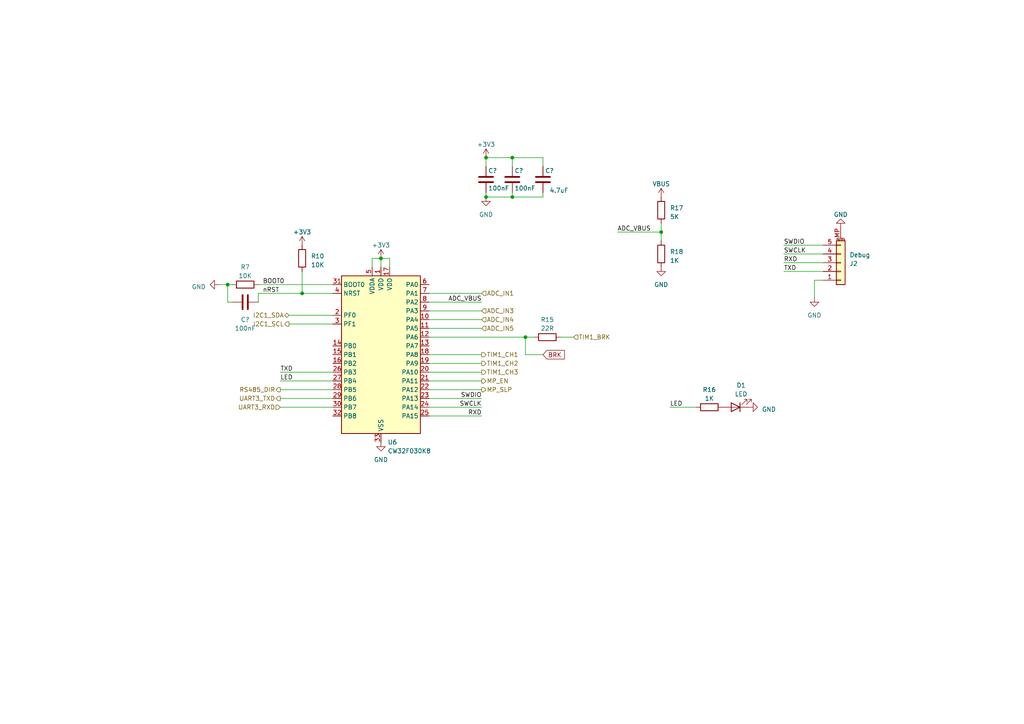
<source format=kicad_sch>
(kicad_sch (version 20230121) (generator eeschema)
  (paper "A4")
  (lib_symbols
    (symbol "Connector_Generic_MountingPin:Conn_01x05_MountingPin" (pin_names (offset 1.016) hide)
      (property "Reference" "J" (at 0 7.62 0))
      (property "Value" "Conn_01x05_MountingPin" (at 1.27 -7.62 0))
      (symbol "Conn_01x05_MountingPin_1_1"
        (rectangle (start -1.27 -4.953) (end 0 -5.207) (stroke (width 0.1524)))
        (rectangle (start -1.27 -2.413) (end 0 -2.667) (stroke (width 0.1524)))
        (rectangle (start -1.27 0.127) (end 0 -0.127) (stroke (width 0.1524)))
        (rectangle (start -1.27 2.667) (end 0 2.413) (stroke (width 0.1524)))
        (rectangle (start -1.27 5.207) (end 0 4.953) (stroke (width 0.1524)))
        (rectangle (start -1.27 6.35) (end 1.27 -6.35) (stroke (width 0.254)) (fill (type background)))
        (polyline (pts (xy -1.016 -7.112) (xy 1.016 -7.112)) (stroke (width 0.1524)))
        (text "Mounting" (at 0 -6.731 0) (effects (font (size 0.381 0.381))))
        (pin passive line (at -5.08 5.08 0) (length 3.81) (name "Pin_1") (number "1"))
        (pin passive line (at -5.08 2.54 0) (length 3.81) (name "Pin_2") (number "2"))
        (pin passive line (at -5.08 0 0) (length 3.81) (name "Pin_3") (number "3"))
        (pin passive line (at -5.08 -2.54 0) (length 3.81) (name "Pin_4") (number "4"))
        (pin passive line (at -5.08 -5.08 0) (length 3.81) (name "Pin_5") (number "5"))
        (pin passive line (at 0 -10.16 90) (length 3.048) (name "MountPin") (number "MP"))
      )
    )
    (symbol "Device:C" (pin_numbers hide) (pin_names (offset 0.254))
      (property "Reference" "C" (at 0.635 2.54 0))
      (property "Value" "C" (at 0.635 -2.54 0))
      (symbol "C_0_1"
        (polyline (pts (xy -2.032 -0.762) (xy 2.032 -0.762)) (stroke (width 0.508)))
        (polyline (pts (xy -2.032 0.762) (xy 2.032 0.762)) (stroke (width 0.508)))
      )
      (symbol "C_1_1"
        (pin passive line (at 0 3.81 270) (length 2.794) (name "~") (number "1"))
        (pin passive line (at 0 -3.81 90) (length 2.794) (name "~") (number "2"))
      )
    )
    (symbol "Device:LED" (pin_numbers hide) (pin_names (offset 1.016) hide)
      (property "Reference" "D" (at 0 2.54 0))
      (property "Value" "LED" (at 0 -2.54 0))
      (symbol "LED_0_1"
        (polyline (pts (xy -1.27 -1.27) (xy -1.27 1.27)) (stroke (width 0.254)))
        (polyline (pts (xy -1.27 0) (xy 1.27 0)))
        (polyline (pts (xy 1.27 -1.27) (xy 1.27 1.27) (xy -1.27 0) (xy 1.27 -1.27)) (stroke (width 0.254)))
        (polyline (pts (xy -3.048 -0.762) (xy -4.572 -2.286) (xy -3.81 -2.286) (xy -4.572 -2.286) (xy -4.572 -1.524)))
        (polyline (pts (xy -1.778 -0.762) (xy -3.302 -2.286) (xy -2.54 -2.286) (xy -3.302 -2.286) (xy -3.302 -1.524)))
      )
      (symbol "LED_1_1"
        (pin passive line (at -3.81 0 0) (length 2.54) (name "K") (number "1"))
        (pin passive line (at 3.81 0 180) (length 2.54) (name "A") (number "2"))
      )
    )
    (symbol "Device:R" (pin_numbers hide) (pin_names (offset 0))
      (property "Reference" "R" (at 2.032 0 90))
      (property "Value" "R" (at 0 0 90))
      (symbol "R_0_1"
        (rectangle (start -1.016 -2.54) (end 1.016 2.54) (stroke (width 0.254)))
      )
      (symbol "R_1_1"
        (pin passive line (at 0 3.81 270) (length 1.27) (name "~") (number "1"))
        (pin passive line (at 0 -3.81 90) (length 1.27) (name "~") (number "2"))
      )
    )
    (symbol "myLib:CW32F030K8"
      (property "Reference" "U" (at 11.43 13.97 0))
      (property "Value" "CW32F030K8" (at 11.43 11.43 0))
      (symbol "CW32F030K8_0_1"
        (rectangle (start -11.43 10.16) (end 11.43 -35.56) (stroke (width 0.254)) (fill (type background)))
      )
      (symbol "CW32F030K8_1_1"
        (pin power_in line (at 0 12.7 270) (length 2.54) (name "VDD") (number "1"))
        (pin bidirectional line (at 13.97 -2.54 180) (length 2.54) (name "PA4") (number "10"))
        (pin bidirectional line (at 13.97 -5.08 180) (length 2.54) (name "PA5") (number "11"))
        (pin bidirectional line (at 13.97 -7.62 180) (length 2.54) (name "PA6") (number "12"))
        (pin bidirectional line (at 13.97 -10.16 180) (length 2.54) (name "PA7") (number "13"))
        (pin bidirectional line (at -13.97 -10.16 0) (length 2.54) (name "PB0") (number "14"))
        (pin bidirectional line (at -13.97 -12.7 0) (length 2.54) (name "PB1") (number "15"))
        (pin bidirectional line (at -13.97 -15.24 0) (length 2.54) (name "PB2") (number "16"))
        (pin power_in line (at 2.54 12.7 270) (length 2.54) (name "VDD") (number "17"))
        (pin bidirectional line (at 13.97 -12.7 180) (length 2.54) (name "PA8") (number "18"))
        (pin bidirectional line (at 13.97 -15.24 180) (length 2.54) (name "PA9") (number "19"))
        (pin bidirectional line (at -13.97 -1.27 0) (length 2.54) (name "PF0") (number "2"))
        (pin bidirectional line (at 13.97 -17.78 180) (length 2.54) (name "PA10") (number "20"))
        (pin bidirectional line (at 13.97 -20.32 180) (length 2.54) (name "PA11") (number "21"))
        (pin bidirectional line (at 13.97 -22.86 180) (length 2.54) (name "PA12") (number "22"))
        (pin bidirectional line (at 13.97 -25.4 180) (length 2.54) (name "PA13") (number "23"))
        (pin bidirectional line (at 13.97 -27.94 180) (length 2.54) (name "PA14") (number "24"))
        (pin bidirectional line (at 13.97 -30.48 180) (length 2.54) (name "PA15") (number "25"))
        (pin bidirectional line (at -13.97 -17.78 0) (length 2.54) (name "PB3") (number "26"))
        (pin bidirectional line (at -13.97 -20.32 0) (length 2.54) (name "PB4") (number "27"))
        (pin bidirectional line (at -13.97 -22.86 0) (length 2.54) (name "PB5") (number "28"))
        (pin bidirectional line (at -13.97 -25.4 0) (length 2.54) (name "PB6") (number "29"))
        (pin bidirectional line (at -13.97 -3.81 0) (length 2.54) (name "PF1") (number "3"))
        (pin bidirectional line (at -13.97 -27.94 0) (length 2.54) (name "PB7") (number "30"))
        (pin input line (at -13.97 7.62 0) (length 2.54) (name "BOOT0") (number "31"))
        (pin bidirectional line (at -13.97 -30.48 0) (length 2.54) (name "PB8") (number "32"))
        (pin power_in line (at 0 -38.1 90) (length 2.54) (name "VSS") (number "33"))
        (pin input line (at -13.97 5.08 0) (length 2.54) (name "NRST") (number "4"))
        (pin power_in line (at -2.54 12.7 270) (length 2.54) (name "VDDA") (number "5"))
        (pin bidirectional line (at 13.97 7.62 180) (length 2.54) (name "PA0") (number "6"))
        (pin bidirectional line (at 13.97 5.08 180) (length 2.54) (name "PA1") (number "7"))
        (pin bidirectional line (at 13.97 2.54 180) (length 2.54) (name "PA2") (number "8"))
        (pin bidirectional line (at 13.97 0 180) (length 2.54) (name "PA3") (number "9"))
      )
    )
    (symbol "power:+3V3" (power) (pin_names (offset 0))
      (property "Value" "+3V3" (at 0 3.556 0))
      (symbol "+3V3_0_1"
        (polyline (pts (xy -0.762 1.27) (xy 0 2.54)))
        (polyline (pts (xy 0 0) (xy 0 2.54)))
        (polyline (pts (xy 0 2.54) (xy 0.762 1.27)))
      )
      (symbol "+3V3_1_1"
        (pin power_in line (at 0 0 90) (length 0) hide (name "+3V3") (number "1"))
      )
    )
    (symbol "power:GND" (power) (pin_names (offset 0))
      (property "Value" "GND" (at 0 -3.81 0))
      (symbol "GND_0_1"
        (polyline (pts (xy 0 0) (xy 0 -1.27) (xy 1.27 -1.27) (xy 0 -2.54) (xy -1.27 -1.27) (xy 0 -1.27)))
      )
      (symbol "GND_1_1"
        (pin power_in line (at 0 0 270) (length 0) hide (name "GND") (number "1"))
      )
    )
    (symbol "power:VBUS" (power) (pin_names (offset 0))
      (property "Value" "VBUS" (at 0 3.81 0))
      (symbol "VBUS_0_1"
        (polyline (pts (xy -0.762 1.27) (xy 0 2.54)))
        (polyline (pts (xy 0 0) (xy 0 2.54)))
        (polyline (pts (xy 0 2.54) (xy 0.762 1.27)))
      )
      (symbol "VBUS_1_1"
        (pin power_in line (at 0 0 90) (length 0) hide (name "VBUS") (number "1"))
      )
    )
  )
  (junction (at 140.97 45.72))
  (junction (at 148.59 45.72))
  (junction (at 148.59 57.15))
  (junction (at 66.04 82.55))
  (junction (at 191.77 67.31))
  (junction (at 110.49 74.93))
  (junction (at 152.4 97.79))
  (junction (at 87.63 85.09))
  (junction (at 140.97 57.15))
  (wire (pts (xy 81.28 115.57) (xy 96.52 115.57)))
  (wire (pts (xy 83.82 93.98) (xy 96.52 93.98)))
  (wire (pts (xy 124.46 102.87) (xy 139.7 102.87)))
  (wire (pts (xy 74.93 82.55) (xy 96.52 82.55)))
  (wire (pts (xy 227.33 73.66) (xy 238.76 73.66)))
  (wire (pts (xy 140.97 45.72) (xy 140.97 48.26)))
  (wire (pts (xy 124.46 105.41) (xy 139.7 105.41)))
  (wire (pts (xy 140.97 55.88) (xy 140.97 57.15)))
  (wire (pts (xy 148.59 57.15) (xy 157.48 57.15)))
  (wire (pts (xy 66.04 87.63) (xy 66.04 82.55)))
  (wire (pts (xy 107.95 74.93) (xy 107.95 77.47)))
  (wire (pts (xy 140.97 45.72) (xy 148.59 45.72)))
  (wire (pts (xy 124.46 120.65) (xy 139.7 120.65)))
  (wire (pts (xy 152.4 97.79) (xy 154.94 97.79)))
  (wire (pts (xy 191.77 67.31) (xy 191.77 69.85)))
  (wire (pts (xy 124.46 113.03) (xy 139.7 113.03)))
  (wire (pts (xy 179.07 67.31) (xy 191.77 67.31)))
  (wire (pts (xy 157.48 102.87) (xy 152.4 102.87)))
  (wire (pts (xy 113.03 77.47) (xy 113.03 74.93)))
  (wire (pts (xy 74.93 85.09) (xy 87.63 85.09)))
  (wire (pts (xy 124.46 107.95) (xy 139.7 107.95)))
  (wire (pts (xy 124.46 115.57) (xy 139.7 115.57)))
  (wire (pts (xy 124.46 87.63) (xy 139.7 87.63)))
  (wire (pts (xy 110.49 74.93) (xy 107.95 74.93)))
  (wire (pts (xy 124.46 97.79) (xy 152.4 97.79)))
  (wire (pts (xy 66.04 82.55) (xy 67.31 82.55)))
  (wire (pts (xy 96.52 113.03) (xy 81.28 113.03)))
  (wire (pts (xy 157.48 45.72) (xy 157.48 48.26)))
  (wire (pts (xy 162.56 97.79) (xy 166.37 97.79)))
  (wire (pts (xy 124.46 92.71) (xy 139.7 92.71)))
  (wire (pts (xy 67.31 87.63) (xy 66.04 87.63)))
  (wire (pts (xy 124.46 110.49) (xy 139.7 110.49)))
  (wire (pts (xy 113.03 74.93) (xy 110.49 74.93)))
  (wire (pts (xy 124.46 118.11) (xy 139.7 118.11)))
  (wire (pts (xy 238.76 81.28) (xy 236.22 81.28)))
  (wire (pts (xy 74.93 85.09) (xy 74.93 87.63)))
  (wire (pts (xy 63.5 82.55) (xy 66.04 82.55)))
  (wire (pts (xy 81.28 118.11) (xy 96.52 118.11)))
  (wire (pts (xy 191.77 64.77) (xy 191.77 67.31)))
  (wire (pts (xy 83.82 91.44) (xy 96.52 91.44)))
  (wire (pts (xy 157.48 57.15) (xy 157.48 55.88)))
  (wire (pts (xy 236.22 81.28) (xy 236.22 86.36)))
  (wire (pts (xy 227.33 71.12) (xy 238.76 71.12)))
  (wire (pts (xy 148.59 45.72) (xy 157.48 45.72)))
  (wire (pts (xy 96.52 107.95) (xy 81.28 107.95)))
  (wire (pts (xy 148.59 45.72) (xy 148.59 48.26)))
  (wire (pts (xy 148.59 55.88) (xy 148.59 57.15)))
  (wire (pts (xy 140.97 57.15) (xy 148.59 57.15)))
  (wire (pts (xy 227.33 76.2) (xy 238.76 76.2)))
  (wire (pts (xy 110.49 74.93) (xy 110.49 77.47)))
  (wire (pts (xy 124.46 85.09) (xy 139.7 85.09)))
  (wire (pts (xy 124.46 90.17) (xy 139.7 90.17)))
  (wire (pts (xy 81.28 110.49) (xy 96.52 110.49)))
  (wire (pts (xy 87.63 78.74) (xy 87.63 85.09)))
  (wire (pts (xy 194.31 118.11) (xy 201.93 118.11)))
  (wire (pts (xy 87.63 85.09) (xy 96.52 85.09)))
  (wire (pts (xy 152.4 102.87) (xy 152.4 97.79)))
  (wire (pts (xy 227.33 78.74) (xy 238.76 78.74)))
  (wire (pts (xy 124.46 95.25) (xy 139.7 95.25)))
  (label "SWCLK" (at 227.33 73.66 0))
  (label "BOOT0" (at 76.2 82.55 0))
  (label "RXD" (at 227.33 76.2 0))
  (label "RXD" (at 139.7 120.65 180))
  (label "nRST" (at 76.2 85.09 0))
  (label "LED" (at 81.28 110.49 0))
  (label "SWDIO" (at 227.33 71.12 0))
  (label "SWDIO" (at 139.7 115.57 180))
  (label "SWCLK" (at 139.7 118.11 180))
  (label "LED" (at 194.31 118.11 0))
  (label "ADC_VBUS" (at 179.07 67.31 0))
  (label "TXD" (at 227.33 78.74 0))
  (label "TXD" (at 81.28 107.95 0))
  (label "ADC_VBUS" (at 139.7 87.63 180))
  (global_label "BRK" (shape input) (at 157.48 102.87 0) (property "Intersheetrefs" "${INTERSHEET_REFS}" (effects hide)))
  (hierarchical_label "TIM1_CH1" (shape output) (at 139.7 102.87 0))
  (hierarchical_label "UART3_TXD" (shape output) (at 81.28 115.57 180))
  (hierarchical_label "TIM1_BRK" (shape input) (at 166.37 97.79 0))
  (hierarchical_label "ADC_IN1" (shape input) (at 139.7 85.09 0))
  (hierarchical_label "I2C1_SDA" (shape bidirectional) (at 83.82 91.44 180))
  (hierarchical_label "TIM1_CH3" (shape output) (at 139.7 107.95 0))
  (hierarchical_label "ADC_IN3" (shape input) (at 139.7 90.17 0))
  (hierarchical_label "MP_SLP" (shape output) (at 139.7 113.03 0))
  (hierarchical_label "ADC_IN5" (shape input) (at 139.7 95.25 0))
  (hierarchical_label "UART3_RXD" (shape input) (at 81.28 118.11 180))
  (hierarchical_label "TIM1_CH2" (shape output) (at 139.7 105.41 0))
  (hierarchical_label "RS485_DIR" (shape output) (at 81.28 113.03 180))
  (hierarchical_label "ADC_IN4" (shape input) (at 139.7 92.71 0))
  (hierarchical_label "I2C1_SCL" (shape output) (at 83.82 93.98 180))
  (hierarchical_label "MP_EN" (shape output) (at 139.7 110.49 0))
  (symbol (lib_id "power:GND") (at 63.5 82.55 270) (unit 1)
    (property "Reference" "#PWR027" (effects hide))
    (property "Value" "GND" (at 59.69 83.185 90) (effects (justify right)))
  )
  (symbol (lib_id "Device:R") (at 87.63 74.93 180) (unit 1)
    (property "Reference" "R10" (at 90.17 74.295 0) (effects (justify right)))
    (property "Value" "10K" (at 90.17 76.835 0) (effects (justify right)))
    (property "Footprint" "myDevice:0603_R" (effects hide))
  )
  (symbol (lib_id "Device:R") (at 158.75 97.79 270) (unit 1)
    (property "Reference" "R15" (at 158.75 92.71 90))
    (property "Value" "22R" (at 158.75 95.25 90))
    (property "Footprint" "myDevice:0603_R" (effects hide))
  )
  (symbol (lib_id "power:GND") (at 217.17 118.11 90) (unit 1)
    (property "Reference" "#PWR039" (effects hide))
    (property "Value" "GND" (at 220.98 118.745 90) (effects (justify right)))
  )
  (symbol (lib_id "Device:R") (at 205.74 118.11 270) (unit 1)
    (property "Reference" "R16" (at 205.74 113.03 90))
    (property "Value" "1K" (at 205.74 115.57 90))
    (property "Footprint" "myDevice:0603_R" (effects hide))
  )
  (symbol (lib_id "Device:C") (at 148.59 52.07 0) (unit 1)
    (property "Reference" "C?" (at 149.225 49.53 0) (effects (justify left)))
    (property "Value" "100nF" (at 149.225 54.61 0) (effects (justify left)))
    (property "Footprint" "myDevice:0603_C" (effects hide))
    (instances (project "MCU" (path "" (reference "C?") (unit 1))) (project "cwFOC" (path "" (reference "C3") (unit 1))))
  )
  (symbol (lib_id "Device:R") (at 191.77 73.66 0) (unit 1)
    (property "Reference" "R18" (at 194.31 73.025 0) (effects (justify left)))
    (property "Value" "1K" (at 194.31 75.565 0) (effects (justify left)))
    (property "Footprint" "myDevice:0603_R" (effects hide))
  )
  (symbol (lib_id "power:VBUS") (at 191.77 57.15 0) (unit 1)
    (property "Reference" "#PWR046" (effects hide))
    (property "Value" "VBUS" (at 191.77 53.34 0))
  )
  (symbol (lib_id "power:GND") (at 243.84 66.04 180) (unit 1)
    (property "Reference" "#PWR041" (effects hide))
    (property "Value" "GND" (at 243.84 62.23 0))
  )
  (symbol (lib_id "Device:C") (at 140.97 52.07 0) (unit 1)
    (property "Reference" "C?" (at 141.605 49.53 0) (effects (justify left)))
    (property "Value" "100nF" (at 141.605 54.61 0) (effects (justify left)))
    (property "Footprint" "myDevice:0603_C" (effects hide))
    (instances (project "MCU" (path "" (reference "C?") (unit 1))) (project "cwFOC" (path "" (reference "C21") (unit 1))))
  )
  (symbol (lib_id "power:GND") (at 140.97 57.15 0) (unit 1)
    (property "Reference" "#PWR036" (effects hide))
    (property "Value" "GND" (at 140.97 62.23 0))
  )
  (symbol (lib_id "power:GND") (at 236.22 86.36 0) (unit 1)
    (property "Reference" "#PWR042" (effects hide))
    (property "Value" "GND" (at 236.22 91.44 0))
  )
  (symbol (lib_id "power:+3V3") (at 140.97 45.72 0) (unit 1)
    (property "Reference" "#PWR035" (effects hide))
    (property "Value" "+3V3" (at 140.97 41.91 0))
  )
  (symbol (lib_id "Connector_Generic_MountingPin:Conn_01x05_MountingPin") (at 243.84 76.2 0) (mirror x) (unit 1)
    (property "Reference" "J2" (at 246.38 76.4794 0) (effects (justify left)))
    (property "Value" "Debug" (at 246.38 73.9394 0) (effects (justify left)))
    (property "Footprint" "Connector_JST:JST_SH_BM05B-SRSS-TB_1x05-1MP_P1.00mm_Vertical" (effects hide))
  )
  (symbol (lib_id "Device:R") (at 191.77 60.96 0) (unit 1)
    (property "Reference" "R17" (at 194.31 60.325 0) (effects (justify left)))
    (property "Value" "5K" (at 194.31 62.865 0) (effects (justify left)))
    (property "Footprint" "myDevice:0603_R" (effects hide))
  )
  (symbol (lib_id "power:GND") (at 191.77 77.47 0) (unit 1)
    (property "Reference" "#PWR043" (effects hide))
    (property "Value" "GND" (at 191.77 82.55 0))
  )
  (symbol (lib_id "Device:R") (at 71.12 82.55 90) (unit 1)
    (property "Reference" "R7" (at 71.12 77.47 90))
    (property "Value" "10K" (at 71.12 80.01 90))
    (property "Footprint" "myDevice:0603_R" (effects hide))
  )
  (symbol (lib_id "Device:LED") (at 213.36 118.11 180) (unit 1)
    (property "Reference" "D1" (at 214.9475 111.76 0))
    (property "Value" "LED" (at 214.9475 114.3 0))
    (property "Footprint" "myDevice:0603_LED" (effects hide))
  )
  (symbol (lib_id "power:GND") (at 110.49 128.27 0) (unit 1)
    (property "Reference" "#PWR025" (effects hide))
    (property "Value" "GND" (at 110.49 133.35 0))
  )
  (symbol (lib_id "power:+3V3") (at 110.49 74.93 0) (unit 1)
    (property "Reference" "#PWR016" (effects hide))
    (property "Value" "+3V3" (at 110.49 71.12 0))
  )
  (symbol (lib_id "Device:C") (at 157.48 52.07 0) (unit 1)
    (property "Reference" "C?" (at 158.115 49.53 0) (effects (justify left)))
    (property "Value" "4.7uF" (at 159.385 55.245 0) (effects (justify left)))
    (property "Footprint" "myDevice:0603_C" (effects hide))
    (instances (project "MCU" (path "" (reference "C?") (unit 1))) (project "cwFOC" (path "" (reference "C23") (unit 1))))
  )
  (symbol (lib_id "power:+3V3") (at 87.63 71.12 0) (unit 1)
    (property "Reference" "#PWR040" (effects hide))
    (property "Value" "+3V3" (at 87.63 67.31 0))
  )
  (symbol (lib_id "Device:C") (at 71.12 87.63 90) (unit 1)
    (property "Reference" "C?" (at 71.12 92.71 90))
    (property "Value" "100nF" (at 71.12 95.25 90))
    (property "Footprint" "myDevice:0603_C" (effects hide))
    (instances (project "MCU" (path "" (reference "C?") (unit 1))) (project "cwFOC" (path "" (reference "C2") (unit 1))))
  )
  (symbol (lib_id "myLib:CW32F030K8") (at 110.49 90.17 0) (unit 1)
    (property "Reference" "U6" (at 112.4459 128.27 0) (effects (justify left)))
    (property "Value" "CW32F030K8" (at 112.4459 130.81 0) (effects (justify left)))
    (property "Footprint" "Package_DFN_QFN:QFN-32-1EP_5x5mm_P0.5mm_EP3.3x3.3mm" (effects hide))
  )
)
</source>
